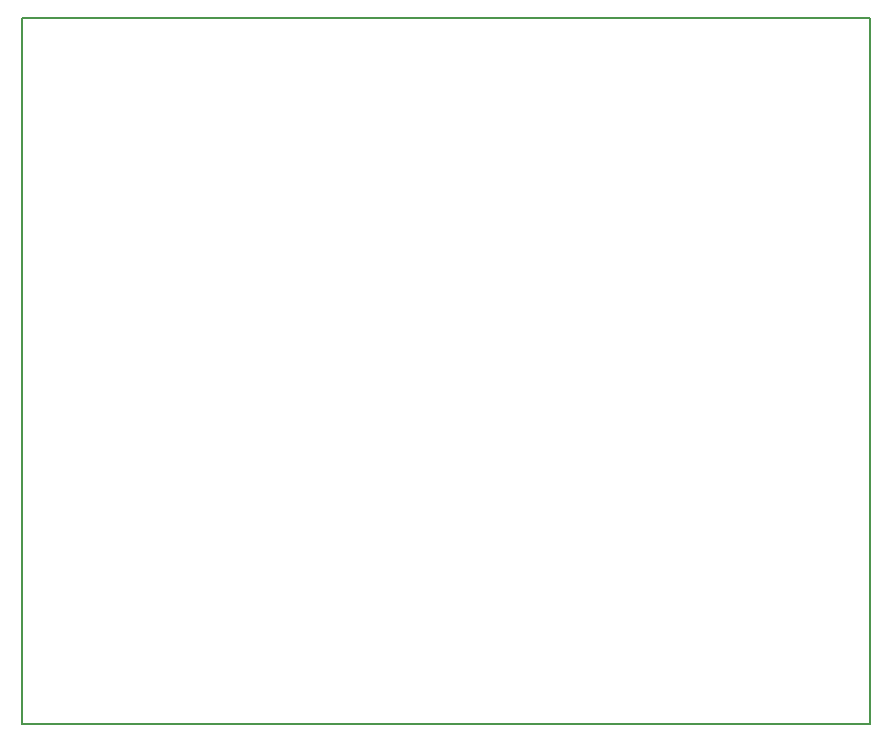
<source format=gbr>
%TF.GenerationSoftware,Novarm,DipTrace,3.2.0.0*%
%TF.CreationDate,2018-04-07T22:01:13+05:00*%
%FSLAX35Y35*%
%MOMM*%
%TF.FileFunction,Profile*%
%TF.Part,Single*%
%ADD11C,0.14*%
G75*
G01*
%LPD*%
X10167Y10167D2*
D11*
Y5989333D1*
X7190733D1*
Y10167D1*
X10167D1*
M02*

</source>
